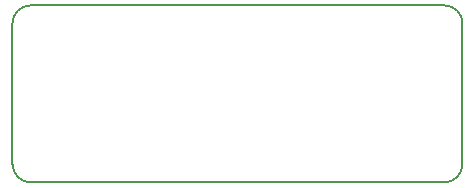
<source format=gbr>
%TF.GenerationSoftware,KiCad,Pcbnew,(6.0.1)*%
%TF.CreationDate,2022-05-09T00:38:21+05:45*%
%TF.ProjectId,ST_RF,53545f52-462e-46b6-9963-61645f706362,rev?*%
%TF.SameCoordinates,Original*%
%TF.FileFunction,Profile,NP*%
%FSLAX46Y46*%
G04 Gerber Fmt 4.6, Leading zero omitted, Abs format (unit mm)*
G04 Created by KiCad (PCBNEW (6.0.1)) date 2022-05-09 00:38:21*
%MOMM*%
%LPD*%
G01*
G04 APERTURE LIST*
%TA.AperFunction,Profile*%
%ADD10C,0.200000*%
%TD*%
G04 APERTURE END LIST*
D10*
X25400000Y-41656000D02*
G75*
G03*
X26924000Y-43180000I1524000J0D01*
G01*
X25400000Y-29718000D02*
X25400000Y-41656000D01*
X61976000Y-28194000D02*
X26924000Y-28194000D01*
X63499998Y-29718000D02*
G75*
G03*
X61976000Y-28194000I-1523998J2D01*
G01*
X63500000Y-41656000D02*
X63500000Y-29718000D01*
X26924000Y-43180000D02*
X61976000Y-43180000D01*
X26924000Y-28194002D02*
G75*
G03*
X25400000Y-29718000I-2J-1523998D01*
G01*
X61976000Y-43179998D02*
G75*
G03*
X63500000Y-41656000I2J1523998D01*
G01*
M02*

</source>
